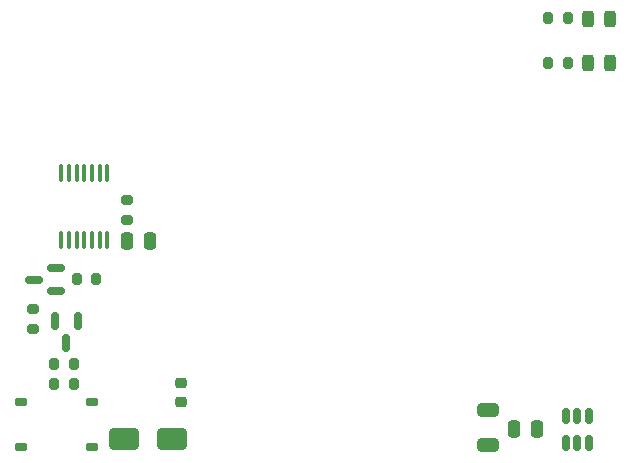
<source format=gbr>
%TF.GenerationSoftware,KiCad,Pcbnew,7.0.10-7.0.10~ubuntu22.04.1*%
%TF.CreationDate,2024-01-12T08:07:30-07:00*%
%TF.ProjectId,HIDHopper_ADB,48494448-6f70-4706-9572-5f4144422e6b,rev?*%
%TF.SameCoordinates,Original*%
%TF.FileFunction,Paste,Top*%
%TF.FilePolarity,Positive*%
%FSLAX46Y46*%
G04 Gerber Fmt 4.6, Leading zero omitted, Abs format (unit mm)*
G04 Created by KiCad (PCBNEW 7.0.10-7.0.10~ubuntu22.04.1) date 2024-01-12 08:07:30*
%MOMM*%
%LPD*%
G01*
G04 APERTURE LIST*
G04 Aperture macros list*
%AMRoundRect*
0 Rectangle with rounded corners*
0 $1 Rounding radius*
0 $2 $3 $4 $5 $6 $7 $8 $9 X,Y pos of 4 corners*
0 Add a 4 corners polygon primitive as box body*
4,1,4,$2,$3,$4,$5,$6,$7,$8,$9,$2,$3,0*
0 Add four circle primitives for the rounded corners*
1,1,$1+$1,$2,$3*
1,1,$1+$1,$4,$5*
1,1,$1+$1,$6,$7*
1,1,$1+$1,$8,$9*
0 Add four rect primitives between the rounded corners*
20,1,$1+$1,$2,$3,$4,$5,0*
20,1,$1+$1,$4,$5,$6,$7,0*
20,1,$1+$1,$6,$7,$8,$9,0*
20,1,$1+$1,$8,$9,$2,$3,0*%
G04 Aperture macros list end*
%ADD10RoundRect,0.218750X-0.256250X0.218750X-0.256250X-0.218750X0.256250X-0.218750X0.256250X0.218750X0*%
%ADD11RoundRect,0.250000X1.000000X0.650000X-1.000000X0.650000X-1.000000X-0.650000X1.000000X-0.650000X0*%
%ADD12RoundRect,0.150000X-0.150000X0.587500X-0.150000X-0.587500X0.150000X-0.587500X0.150000X0.587500X0*%
%ADD13RoundRect,0.200000X-0.200000X-0.275000X0.200000X-0.275000X0.200000X0.275000X-0.200000X0.275000X0*%
%ADD14RoundRect,0.250000X0.650000X-0.325000X0.650000X0.325000X-0.650000X0.325000X-0.650000X-0.325000X0*%
%ADD15RoundRect,0.243750X0.243750X0.456250X-0.243750X0.456250X-0.243750X-0.456250X0.243750X-0.456250X0*%
%ADD16RoundRect,0.200000X0.275000X-0.200000X0.275000X0.200000X-0.275000X0.200000X-0.275000X-0.200000X0*%
%ADD17RoundRect,0.150000X0.587500X0.150000X-0.587500X0.150000X-0.587500X-0.150000X0.587500X-0.150000X0*%
%ADD18RoundRect,0.200000X-0.275000X0.200000X-0.275000X-0.200000X0.275000X-0.200000X0.275000X0.200000X0*%
%ADD19RoundRect,0.200000X0.200000X0.275000X-0.200000X0.275000X-0.200000X-0.275000X0.200000X-0.275000X0*%
%ADD20RoundRect,0.250000X0.250000X0.475000X-0.250000X0.475000X-0.250000X-0.475000X0.250000X-0.475000X0*%
%ADD21RoundRect,0.187500X0.312500X0.187500X-0.312500X0.187500X-0.312500X-0.187500X0.312500X-0.187500X0*%
%ADD22RoundRect,0.100000X-0.100000X0.637500X-0.100000X-0.637500X0.100000X-0.637500X0.100000X0.637500X0*%
%ADD23RoundRect,0.250000X-0.250000X-0.475000X0.250000X-0.475000X0.250000X0.475000X-0.250000X0.475000X0*%
%ADD24RoundRect,0.150000X-0.150000X0.512500X-0.150000X-0.512500X0.150000X-0.512500X0.150000X0.512500X0*%
G04 APERTURE END LIST*
D10*
%TO.C,F2*%
X151070000Y-96172500D03*
X151070000Y-97747500D03*
%TD*%
D11*
%TO.C,D2*%
X150290000Y-100920000D03*
X146290000Y-100920000D03*
%TD*%
D12*
%TO.C,Q1*%
X142320000Y-90865000D03*
X140420000Y-90865000D03*
X141370000Y-92740000D03*
%TD*%
D13*
%TO.C,R3*%
X142235000Y-87360000D03*
X143885000Y-87360000D03*
%TD*%
D14*
%TO.C,C1*%
X177070000Y-101400000D03*
X177070000Y-98450000D03*
%TD*%
D15*
%TO.C,D1*%
X187397500Y-65290000D03*
X185522500Y-65290000D03*
%TD*%
D16*
%TO.C,R7*%
X138590000Y-91555000D03*
X138590000Y-89905000D03*
%TD*%
D17*
%TO.C,Q2*%
X140505000Y-88340000D03*
X140505000Y-86440000D03*
X138630000Y-87390000D03*
%TD*%
D18*
%TO.C,R4*%
X146500000Y-80682500D03*
X146500000Y-82332500D03*
%TD*%
D13*
%TO.C,R6*%
X182175000Y-69030000D03*
X183825000Y-69030000D03*
%TD*%
D19*
%TO.C,R1*%
X142010000Y-96190000D03*
X140360000Y-96190000D03*
%TD*%
D20*
%TO.C,C2*%
X181210000Y-100060000D03*
X179310000Y-100060000D03*
%TD*%
D21*
%TO.C,SW1*%
X143530000Y-101515000D03*
X137530000Y-101515000D03*
X143530000Y-97765000D03*
X137530000Y-97765000D03*
%TD*%
D13*
%TO.C,R2*%
X140360000Y-94550000D03*
X142010000Y-94550000D03*
%TD*%
%TO.C,R5*%
X182165000Y-65220000D03*
X183815000Y-65220000D03*
%TD*%
D22*
%TO.C,U1*%
X144850000Y-78340000D03*
X144200000Y-78340000D03*
X143550000Y-78340000D03*
X142900000Y-78340000D03*
X142250000Y-78340000D03*
X141600000Y-78340000D03*
X140950000Y-78340000D03*
X140950000Y-84065000D03*
X141600000Y-84065000D03*
X142250000Y-84065000D03*
X142900000Y-84065000D03*
X143550000Y-84065000D03*
X144200000Y-84065000D03*
X144850000Y-84065000D03*
%TD*%
D23*
%TO.C,C7*%
X146550000Y-84102500D03*
X148450000Y-84102500D03*
%TD*%
D15*
%TO.C,D3*%
X187397500Y-69040000D03*
X185522500Y-69040000D03*
%TD*%
D24*
%TO.C,U2*%
X185600000Y-98922500D03*
X184650000Y-98922500D03*
X183700000Y-98922500D03*
X183700000Y-101197500D03*
X184650000Y-101197500D03*
X185600000Y-101197500D03*
%TD*%
M02*

</source>
